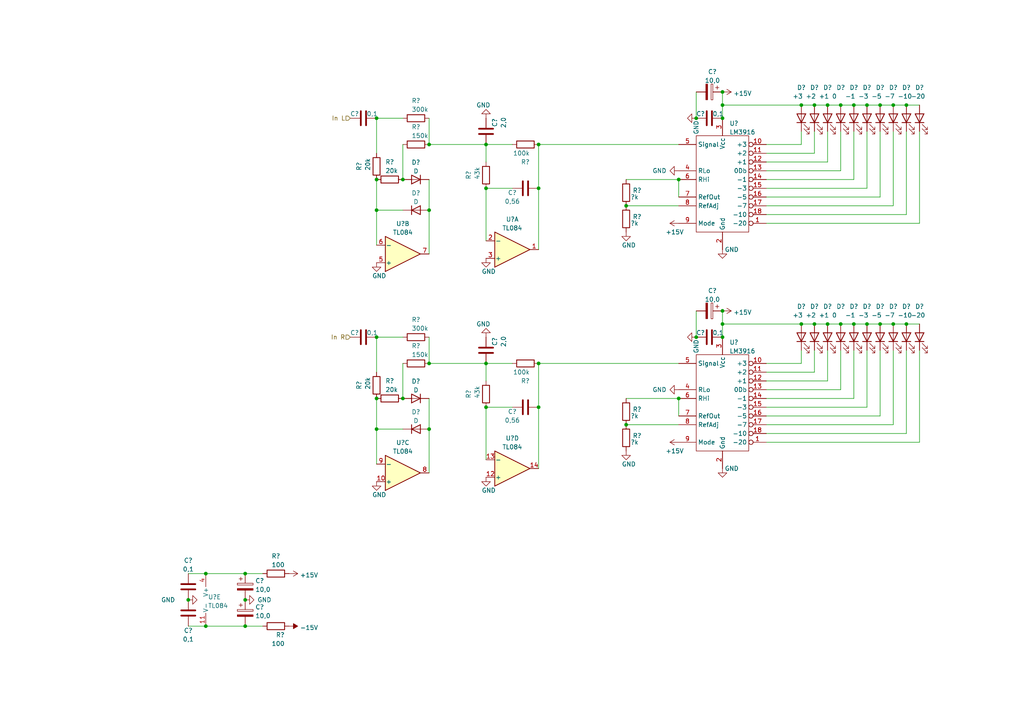
<source format=kicad_sch>
(kicad_sch (version 20211123) (generator eeschema)
  (paper "A4")
  (lib_symbols
    (symbol "Amplifier_Operational:TL084" (pin_names (offset 0.127))
      (property "Reference" "U" (at 0 5.08 0))
      (property "Value" "TL084" (at 0 -5.08 0))
      (symbol "TL084_1_1"
        (polyline (pts (xy -5.08 5.08) (xy 5.08 0) (xy -5.08 -5.08) (xy -5.08 5.08)) (stroke (width 0.254)) (fill (type background)))
        (pin output line (at 7.62 0 180) (length 2.54) (name "~") (number "1"))
        (pin input line (at -7.62 -2.54 0) (length 2.54) (name "-") (number "2"))
        (pin input line (at -7.62 2.54 0) (length 2.54) (name "+") (number "3"))
      )
      (symbol "TL084_2_1"
        (polyline (pts (xy -5.08 5.08) (xy 5.08 0) (xy -5.08 -5.08) (xy -5.08 5.08)) (stroke (width 0.254)) (fill (type background)))
        (pin input line (at -7.62 2.54 0) (length 2.54) (name "+") (number "5"))
        (pin input line (at -7.62 -2.54 0) (length 2.54) (name "-") (number "6"))
        (pin output line (at 7.62 0 180) (length 2.54) (name "~") (number "7"))
      )
      (symbol "TL084_3_1"
        (polyline (pts (xy -5.08 5.08) (xy 5.08 0) (xy -5.08 -5.08) (xy -5.08 5.08)) (stroke (width 0.254)) (fill (type background)))
        (pin input line (at -7.62 2.54 0) (length 2.54) (name "+") (number "10"))
        (pin output line (at 7.62 0 180) (length 2.54) (name "~") (number "8"))
        (pin input line (at -7.62 -2.54 0) (length 2.54) (name "-") (number "9"))
      )
      (symbol "TL084_4_1"
        (polyline (pts (xy -5.08 5.08) (xy 5.08 0) (xy -5.08 -5.08) (xy -5.08 5.08)) (stroke (width 0.254)) (fill (type background)))
        (pin input line (at -7.62 2.54 0) (length 2.54) (name "+") (number "12"))
        (pin input line (at -7.62 -2.54 0) (length 2.54) (name "-") (number "13"))
        (pin output line (at 7.62 0 180) (length 2.54) (name "~") (number "14"))
      )
      (symbol "TL084_5_1"
        (pin power_in line (at -2.54 -7.62 90) (length 3.81) (name "V-") (number "11"))
        (pin power_in line (at -2.54 7.62 270) (length 3.81) (name "V+") (number "4"))
      )
    )
    (symbol "Device:C" (pin_numbers hide) (pin_names (offset 0.254))
      (property "Reference" "C" (at 0.635 2.54 0))
      (property "Value" "C" (at 0.635 -2.54 0))
      (symbol "C_0_1"
        (polyline (pts (xy -2.032 -0.762) (xy 2.032 -0.762)) (stroke (width 0.508)))
        (polyline (pts (xy -2.032 0.762) (xy 2.032 0.762)) (stroke (width 0.508)))
      )
      (symbol "C_1_1"
        (pin passive line (at 0 3.81 270) (length 2.794) (name "~") (number "1"))
        (pin passive line (at 0 -3.81 90) (length 2.794) (name "~") (number "2"))
      )
    )
    (symbol "Device:C_Polarized" (pin_numbers hide) (pin_names (offset 0.254))
      (property "Reference" "C" (at 0.635 2.54 0))
      (property "Value" "C_Polarized" (at 0.635 -2.54 0))
      (symbol "C_Polarized_0_1"
        (rectangle (start -2.286 0.508) (end 2.286 1.016))
        (polyline (pts (xy -1.778 2.286) (xy -0.762 2.286)))
        (polyline (pts (xy -1.27 2.794) (xy -1.27 1.778)))
        (rectangle (start 2.286 -0.508) (end -2.286 -1.016) (fill (type outline)))
      )
      (symbol "C_Polarized_1_1"
        (pin passive line (at 0 3.81 270) (length 2.794) (name "~") (number "1"))
        (pin passive line (at 0 -3.81 90) (length 2.794) (name "~") (number "2"))
      )
    )
    (symbol "Device:D" (pin_numbers hide) (pin_names (offset 1.016) hide)
      (property "Reference" "D" (at 0 2.54 0))
      (property "Value" "D" (at 0 -2.54 0))
      (symbol "D_0_1"
        (polyline (pts (xy -1.27 1.27) (xy -1.27 -1.27)) (stroke (width 0.254)))
        (polyline (pts (xy 1.27 0) (xy -1.27 0)))
        (polyline (pts (xy 1.27 1.27) (xy 1.27 -1.27) (xy -1.27 0) (xy 1.27 1.27)) (stroke (width 0.254)))
      )
      (symbol "D_1_1"
        (pin passive line (at -3.81 0 0) (length 2.54) (name "K") (number "1"))
        (pin passive line (at 3.81 0 180) (length 2.54) (name "A") (number "2"))
      )
    )
    (symbol "Device:LED" (pin_numbers hide) (pin_names (offset 1.016) hide)
      (property "Reference" "D" (at 0 2.54 0))
      (property "Value" "LED" (at 0 -2.54 0))
      (symbol "LED_0_1"
        (polyline (pts (xy -1.27 -1.27) (xy -1.27 1.27)) (stroke (width 0.254)))
        (polyline (pts (xy -1.27 0) (xy 1.27 0)))
        (polyline (pts (xy 1.27 -1.27) (xy 1.27 1.27) (xy -1.27 0) (xy 1.27 -1.27)) (stroke (width 0.254)))
        (polyline (pts (xy -3.048 -0.762) (xy -4.572 -2.286) (xy -3.81 -2.286) (xy -4.572 -2.286) (xy -4.572 -1.524)))
        (polyline (pts (xy -1.778 -0.762) (xy -3.302 -2.286) (xy -2.54 -2.286) (xy -3.302 -2.286) (xy -3.302 -1.524)))
      )
      (symbol "LED_1_1"
        (pin passive line (at -3.81 0 0) (length 2.54) (name "K") (number "1"))
        (pin passive line (at 3.81 0 180) (length 2.54) (name "A") (number "2"))
      )
    )
    (symbol "Device:R" (pin_numbers hide) (pin_names (offset 0))
      (property "Reference" "R" (at 2.032 0 90))
      (property "Value" "R" (at 0 0 90))
      (symbol "R_0_1"
        (rectangle (start -1.016 -2.54) (end 1.016 2.54) (stroke (width 0.254)))
      )
      (symbol "R_1_1"
        (pin passive line (at 0 3.81 270) (length 1.27) (name "~") (number "1"))
        (pin passive line (at 0 -3.81 90) (length 1.27) (name "~") (number "2"))
      )
    )
    (symbol "power:+15V" (power) (pin_names (offset 0))
      (property "Value" "+15V" (at 0 3.556 0))
      (symbol "+15V_0_1"
        (polyline (pts (xy -0.762 1.27) (xy 0 2.54)))
        (polyline (pts (xy 0 0) (xy 0 2.54)))
        (polyline (pts (xy 0 2.54) (xy 0.762 1.27)))
      )
      (symbol "+15V_1_1"
        (pin power_in line (at 0 0 90) (length 0) hide (name "+15V") (number "1"))
      )
    )
    (symbol "power:-15V" (power) (pin_names (offset 0))
      (property "Value" "-15V" (at 0 3.81 0))
      (symbol "-15V_0_0"
        (pin power_in line (at 0 0 90) (length 0) hide (name "-15V") (number "1"))
      )
      (symbol "-15V_0_1"
        (polyline (pts (xy 0 0) (xy 0 1.27) (xy 0.762 1.27) (xy 0 2.54) (xy -0.762 1.27) (xy 0 1.27)) (fill (type outline)))
      )
    )
    (symbol "power:GND" (power) (pin_names (offset 0))
      (property "Value" "GND" (at 0 -3.81 0))
      (symbol "GND_0_1"
        (polyline (pts (xy 0 0) (xy 0 -1.27) (xy 1.27 -1.27) (xy 0 -2.54) (xy -1.27 -1.27) (xy 0 -1.27)))
      )
      (symbol "GND_1_1"
        (pin power_in line (at 0 0 270) (length 0) hide (name "GND") (number "1"))
      )
    )
    (symbol "ussr_ic:LM3916"
      (property "Reference" "U" (at 5.08 -15.24 0))
      (property "Value" "LM3916" (at 7.62 -17.78 0))
      (symbol "LM3916_0_1"
        (rectangle (start 7.62 13.97) (end -7.62 -13.97))
      )
      (symbol "LM3916_1_1"
        (pin output inverted (at 12.7 -11.43 180) (length 5.08) (name "-20") (number "1"))
        (pin output inverted (at 12.7 11.43 180) (length 5.08) (name "+3") (number "10"))
        (pin output inverted (at 12.7 8.89 180) (length 5.08) (name "+2") (number "11"))
        (pin output inverted (at 12.7 6.35 180) (length 5.08) (name "+1") (number "12"))
        (pin output inverted (at 12.7 3.81 180) (length 5.08) (name "0Db") (number "13"))
        (pin output inverted (at 12.7 1.27 180) (length 5.08) (name "-1") (number "14"))
        (pin output inverted (at 12.7 -1.27 180) (length 5.08) (name "-3") (number "15"))
        (pin output inverted (at 12.7 -3.81 180) (length 5.08) (name "-5") (number "16"))
        (pin output inverted (at 12.7 -6.35 180) (length 5.08) (name "-7") (number "17"))
        (pin output inverted (at 12.7 -8.89 180) (length 5.08) (name "-10") (number "18"))
        (pin power_in line (at 0 -19.05 90) (length 5.08) (name "Gnd") (number "2"))
        (pin power_in line (at 0 19.05 270) (length 5.08) (name "Vcc") (number "3"))
        (pin input line (at -12.7 3.81 0) (length 5.08) (name "RLo") (number "4"))
        (pin input line (at -12.7 11.43 0) (length 5.08) (name "Signal") (number "5"))
        (pin input line (at -12.7 1.27 0) (length 5.08) (name "RHi") (number "6"))
        (pin output line (at -12.7 -3.81 0) (length 5.08) (name "RefOut") (number "7"))
        (pin input line (at -12.7 -6.35 0) (length 5.08) (name "RefAdj") (number "8"))
        (pin input line (at -12.7 -11.43 0) (length 5.08) (name "Mode") (number "9"))
      )
    )
  )
  (junction (at 54.61 173.99))
  (junction (at 209.55 97.79))
  (junction (at 196.85 115.57))
  (junction (at 156.21 41.91))
  (junction (at 156.21 105.41))
  (junction (at 109.22 60.96))
  (junction (at 259.08 93.98))
  (junction (at 59.69 181.61))
  (junction (at 124.46 124.46))
  (junction (at 240.03 30.48))
  (junction (at 71.12 166.37))
  (junction (at 140.97 41.91))
  (junction (at 247.65 93.98))
  (junction (at 156.21 54.61))
  (junction (at 109.22 115.57))
  (junction (at 116.84 52.07))
  (junction (at 232.41 30.48))
  (junction (at 209.55 26.67))
  (junction (at 251.46 93.98))
  (junction (at 109.22 34.29))
  (junction (at 209.55 30.48))
  (junction (at 251.46 30.48))
  (junction (at 262.89 30.48))
  (junction (at 109.22 124.46))
  (junction (at 243.84 93.98))
  (junction (at 71.12 173.99))
  (junction (at 116.84 115.57))
  (junction (at 181.61 59.69))
  (junction (at 109.22 52.07))
  (junction (at 209.55 90.17))
  (junction (at 109.22 97.79))
  (junction (at 201.93 34.29))
  (junction (at 240.03 93.98))
  (junction (at 181.61 123.19))
  (junction (at 255.27 30.48))
  (junction (at 140.97 54.61))
  (junction (at 262.89 93.98))
  (junction (at 209.55 93.98))
  (junction (at 201.93 97.79))
  (junction (at 71.12 181.61))
  (junction (at 140.97 118.11))
  (junction (at 236.22 30.48))
  (junction (at 59.69 166.37))
  (junction (at 236.22 93.98))
  (junction (at 156.21 118.11))
  (junction (at 124.46 105.41))
  (junction (at 124.46 41.91))
  (junction (at 232.41 93.98))
  (junction (at 259.08 30.48))
  (junction (at 209.55 34.29))
  (junction (at 255.27 93.98))
  (junction (at 247.65 30.48))
  (junction (at 124.46 60.96))
  (junction (at 243.84 30.48))
  (junction (at 140.97 105.41))
  (junction (at 196.85 52.07))
  (wire (pts (xy 259.08 123.19) (xy 222.25 123.19)))
  (wire (pts (xy 140.97 110.49) (xy 140.97 105.41)))
  (wire (pts (xy 124.46 115.57) (xy 124.46 124.46)))
  (wire (pts (xy 259.08 93.98) (xy 262.89 93.98)))
  (wire (pts (xy 262.89 62.23) (xy 262.89 38.1)))
  (wire (pts (xy 209.55 30.48) (xy 209.55 34.29)))
  (wire (pts (xy 243.84 101.6) (xy 243.84 113.03)))
  (wire (pts (xy 140.97 105.41) (xy 124.46 105.41)))
  (wire (pts (xy 59.69 166.37) (xy 71.12 166.37)))
  (wire (pts (xy 196.85 52.07) (xy 196.85 57.15)))
  (wire (pts (xy 140.97 54.61) (xy 148.59 54.61)))
  (wire (pts (xy 236.22 101.6) (xy 236.22 107.95)))
  (wire (pts (xy 109.22 97.79) (xy 109.22 107.95)))
  (wire (pts (xy 222.25 115.57) (xy 247.65 115.57)))
  (wire (pts (xy 156.21 54.61) (xy 156.21 72.39)))
  (wire (pts (xy 116.84 97.79) (xy 109.22 97.79)))
  (wire (pts (xy 71.12 181.61) (xy 76.2 181.61)))
  (wire (pts (xy 236.22 44.45) (xy 222.25 44.45)))
  (wire (pts (xy 140.97 46.99) (xy 140.97 41.91)))
  (wire (pts (xy 196.85 115.57) (xy 196.85 120.65)))
  (wire (pts (xy 266.7 38.1) (xy 266.7 64.77)))
  (wire (pts (xy 240.03 46.99) (xy 222.25 46.99)))
  (wire (pts (xy 236.22 93.98) (xy 240.03 93.98)))
  (wire (pts (xy 247.65 115.57) (xy 247.65 101.6)))
  (wire (pts (xy 251.46 38.1) (xy 251.46 54.61)))
  (wire (pts (xy 255.27 93.98) (xy 259.08 93.98)))
  (wire (pts (xy 124.46 34.29) (xy 124.46 41.91)))
  (wire (pts (xy 236.22 38.1) (xy 236.22 44.45)))
  (wire (pts (xy 124.46 52.07) (xy 124.46 60.96)))
  (wire (pts (xy 251.46 101.6) (xy 251.46 118.11)))
  (wire (pts (xy 209.55 90.17) (xy 209.55 93.98)))
  (wire (pts (xy 222.25 125.73) (xy 262.89 125.73)))
  (wire (pts (xy 201.93 90.17) (xy 201.93 97.79)))
  (wire (pts (xy 124.46 60.96) (xy 124.46 73.66)))
  (wire (pts (xy 181.61 123.19) (xy 196.85 123.19)))
  (wire (pts (xy 140.97 41.91) (xy 148.59 41.91)))
  (wire (pts (xy 266.7 101.6) (xy 266.7 128.27)))
  (wire (pts (xy 156.21 118.11) (xy 156.21 135.89)))
  (wire (pts (xy 109.22 115.57) (xy 109.22 124.46)))
  (wire (pts (xy 209.55 30.48) (xy 232.41 30.48)))
  (wire (pts (xy 54.61 181.61) (xy 59.69 181.61)))
  (wire (pts (xy 156.21 105.41) (xy 156.21 118.11)))
  (wire (pts (xy 247.65 52.07) (xy 247.65 38.1)))
  (wire (pts (xy 262.89 125.73) (xy 262.89 101.6)))
  (wire (pts (xy 251.46 54.61) (xy 222.25 54.61)))
  (wire (pts (xy 156.21 41.91) (xy 156.21 54.61)))
  (wire (pts (xy 59.69 181.61) (xy 71.12 181.61)))
  (wire (pts (xy 236.22 30.48) (xy 240.03 30.48)))
  (wire (pts (xy 259.08 38.1) (xy 259.08 59.69)))
  (wire (pts (xy 232.41 93.98) (xy 236.22 93.98)))
  (wire (pts (xy 71.12 166.37) (xy 76.2 166.37)))
  (wire (pts (xy 240.03 101.6) (xy 240.03 110.49)))
  (wire (pts (xy 243.84 93.98) (xy 247.65 93.98)))
  (wire (pts (xy 251.46 118.11) (xy 222.25 118.11)))
  (wire (pts (xy 181.61 115.57) (xy 196.85 115.57)))
  (wire (pts (xy 54.61 166.37) (xy 59.69 166.37)))
  (wire (pts (xy 109.22 60.96) (xy 116.84 60.96)))
  (wire (pts (xy 209.55 93.98) (xy 209.55 97.79)))
  (wire (pts (xy 255.27 57.15) (xy 255.27 38.1)))
  (wire (pts (xy 209.55 93.98) (xy 232.41 93.98)))
  (wire (pts (xy 243.84 30.48) (xy 247.65 30.48)))
  (wire (pts (xy 109.22 52.07) (xy 109.22 60.96)))
  (wire (pts (xy 109.22 124.46) (xy 109.22 134.62)))
  (wire (pts (xy 156.21 41.91) (xy 196.85 41.91)))
  (wire (pts (xy 222.25 52.07) (xy 247.65 52.07)))
  (wire (pts (xy 262.89 93.98) (xy 266.7 93.98)))
  (wire (pts (xy 232.41 41.91) (xy 222.25 41.91)))
  (wire (pts (xy 109.22 124.46) (xy 116.84 124.46)))
  (wire (pts (xy 255.27 120.65) (xy 255.27 101.6)))
  (wire (pts (xy 266.7 128.27) (xy 222.25 128.27)))
  (wire (pts (xy 109.22 60.96) (xy 109.22 71.12)))
  (wire (pts (xy 140.97 54.61) (xy 140.97 69.85)))
  (wire (pts (xy 116.84 34.29) (xy 109.22 34.29)))
  (wire (pts (xy 140.97 105.41) (xy 148.59 105.41)))
  (wire (pts (xy 243.84 49.53) (xy 222.25 49.53)))
  (wire (pts (xy 262.89 30.48) (xy 266.7 30.48)))
  (wire (pts (xy 232.41 101.6) (xy 232.41 105.41)))
  (wire (pts (xy 222.25 120.65) (xy 255.27 120.65)))
  (wire (pts (xy 124.46 97.79) (xy 124.46 105.41)))
  (wire (pts (xy 116.84 105.41) (xy 116.84 115.57)))
  (wire (pts (xy 259.08 30.48) (xy 262.89 30.48)))
  (wire (pts (xy 109.22 34.29) (xy 109.22 44.45)))
  (wire (pts (xy 140.97 41.91) (xy 124.46 41.91)))
  (wire (pts (xy 124.46 124.46) (xy 124.46 137.16)))
  (wire (pts (xy 140.97 118.11) (xy 148.59 118.11)))
  (wire (pts (xy 181.61 52.07) (xy 196.85 52.07)))
  (wire (pts (xy 222.25 57.15) (xy 255.27 57.15)))
  (wire (pts (xy 232.41 30.48) (xy 236.22 30.48)))
  (wire (pts (xy 240.03 30.48) (xy 243.84 30.48)))
  (wire (pts (xy 251.46 93.98) (xy 255.27 93.98)))
  (wire (pts (xy 243.84 38.1) (xy 243.84 49.53)))
  (wire (pts (xy 181.61 59.69) (xy 196.85 59.69)))
  (wire (pts (xy 209.55 26.67) (xy 209.55 30.48)))
  (wire (pts (xy 240.03 38.1) (xy 240.03 46.99)))
  (wire (pts (xy 247.65 30.48) (xy 251.46 30.48)))
  (wire (pts (xy 140.97 118.11) (xy 140.97 133.35)))
  (wire (pts (xy 247.65 93.98) (xy 251.46 93.98)))
  (wire (pts (xy 201.93 26.67) (xy 201.93 34.29)))
  (wire (pts (xy 156.21 105.41) (xy 196.85 105.41)))
  (wire (pts (xy 255.27 30.48) (xy 259.08 30.48)))
  (wire (pts (xy 266.7 64.77) (xy 222.25 64.77)))
  (wire (pts (xy 259.08 101.6) (xy 259.08 123.19)))
  (wire (pts (xy 232.41 105.41) (xy 222.25 105.41)))
  (wire (pts (xy 251.46 30.48) (xy 255.27 30.48)))
  (wire (pts (xy 116.84 41.91) (xy 116.84 52.07)))
  (wire (pts (xy 240.03 110.49) (xy 222.25 110.49)))
  (wire (pts (xy 259.08 59.69) (xy 222.25 59.69)))
  (wire (pts (xy 222.25 62.23) (xy 262.89 62.23)))
  (wire (pts (xy 243.84 113.03) (xy 222.25 113.03)))
  (wire (pts (xy 236.22 107.95) (xy 222.25 107.95)))
  (wire (pts (xy 240.03 93.98) (xy 243.84 93.98)))
  (wire (pts (xy 232.41 38.1) (xy 232.41 41.91)))
  (hierarchical_label "In L" (shape input) (at 101.6 34.29 180))
  (hierarchical_label "In R" (shape input) (at 101.6 97.79 180))
  (symbol (lib_id "power:GND") (at 181.61 130.81 0) (unit 1)
    (property "Reference" "#PWR?" (effects hide))
    (property "Value" "GND" (at 180.34 134.62 0) (effects (justify left)))
  )
  (symbol (lib_id "Device:LED") (at 243.84 34.29 90) (unit 1)
    (property "Reference" "D?" (at 242.57 25.4 90) (effects (justify right)))
    (property "Value" "0" (at 241.3 27.94 90) (effects (justify right)))
    (property "Footprint" "LED_THT:LED_Rectangular_W3.0mm_H2.0mm" (effects hide))
  )
  (symbol (lib_id "Device:LED") (at 232.41 97.79 90) (unit 1)
    (property "Reference" "D?" (at 231.14 88.9 90) (effects (justify right)))
    (property "Value" "+3" (at 229.87 91.44 90) (effects (justify right)))
    (property "Footprint" "LED_THT:LED_Rectangular_W3.0mm_H2.0mm" (effects hide))
  )
  (symbol (lib_id "Device:LED") (at 247.65 97.79 90) (unit 1)
    (property "Reference" "D?" (at 246.38 88.9 90) (effects (justify right)))
    (property "Value" "-1" (at 245.11 91.44 90) (effects (justify right)))
    (property "Footprint" "LED_THT:LED_Rectangular_W3.0mm_H2.0mm" (effects hide))
  )
  (symbol (lib_id "Device:R") (at 113.03 115.57 90) (unit 1)
    (property "Reference" "R?" (at 111.76 110.49 90) (effects (justify right)))
    (property "Value" "20k" (at 111.76 113.03 90) (effects (justify right)))
    (property "Footprint" "Resistor_SMD:R_1206_3216Metric_Pad1.30x1.75mm_HandSolder" (effects hide))
  )
  (symbol (lib_id "Device:R") (at 181.61 55.88 180) (unit 1)
    (property "Reference" "R?" (at 183.515 55.245 0) (effects (justify right)))
    (property "Value" "?k" (at 182.88 57.15 0) (effects (justify right)))
    (property "Footprint" "Resistor_SMD:R_1206_3216Metric_Pad1.30x1.75mm_HandSolder" (effects hide))
  )
  (symbol (lib_id "Device:LED") (at 243.84 97.79 90) (unit 1)
    (property "Reference" "D?" (at 242.57 88.9 90) (effects (justify right)))
    (property "Value" "0" (at 241.3 91.44 90) (effects (justify right)))
    (property "Footprint" "LED_THT:LED_Rectangular_W3.0mm_H2.0mm" (effects hide))
  )
  (symbol (lib_id "power:+15V") (at 209.55 26.67 270) (unit 1)
    (property "Reference" "#PWR?" (effects hide))
    (property "Value" "+15V" (at 212.725 27.1038 90) (effects (justify left)))
  )
  (symbol (lib_id "Device:D") (at 120.65 60.96 0) (unit 1)
    (property "Reference" "D?" (at 120.65 55.9902 0))
    (property "Value" "D" (at 120.65 58.5271 0))
    (property "Footprint" "Diode_SMD:D_MiniMELF_Handsoldering" (effects hide))
  )
  (symbol (lib_id "power:GND") (at 201.93 34.29 270) (unit 1)
    (property "Reference" "#PWR?" (effects hide))
    (property "Value" "GND" (at 201.93 34.925 0) (effects (justify left)))
  )
  (symbol (lib_id "Device:C_Polarized") (at 205.74 26.67 270) (unit 1)
    (property "Reference" "C?" (at 206.629 20.8112 90))
    (property "Value" "10,0" (at 206.629 23.3481 90))
    (property "Footprint" "Capacitor_THT:CP_Radial_D6.3mm_P2.50mm" (effects hide))
  )
  (symbol (lib_id "power:+15V") (at 209.55 90.17 270) (unit 1)
    (property "Reference" "#PWR?" (effects hide))
    (property "Value" "+15V" (at 212.725 90.6038 90) (effects (justify left)))
  )
  (symbol (lib_id "Amplifier_Operational:TL084") (at 148.59 72.39 0) (mirror x) (unit 1)
    (property "Reference" "U?" (at 148.59 63.6102 0))
    (property "Value" "TL084" (at 148.59 66.1471 0))
    (property "Datasheet" "http://www.ti.com/lit/ds/symlink/tl081.pdf" (effects hide))
  )
  (symbol (lib_id "power:GND") (at 109.22 139.7 0) (unit 1)
    (property "Reference" "#PWR?" (effects hide))
    (property "Value" "GND" (at 107.95 143.51 0) (effects (justify left)))
  )
  (symbol (lib_id "Device:LED") (at 247.65 34.29 90) (unit 1)
    (property "Reference" "D?" (at 246.38 25.4 90) (effects (justify right)))
    (property "Value" "-1" (at 245.11 27.94 90) (effects (justify right)))
    (property "Footprint" "LED_THT:LED_Rectangular_W3.0mm_H2.0mm" (effects hide))
  )
  (symbol (lib_id "power:-15V") (at 83.82 181.61 270) (unit 1)
    (property "Reference" "#PWR?" (effects hide))
    (property "Value" "-15V" (at 86.995 182.0438 90) (effects (justify left)))
  )
  (symbol (lib_id "Device:R") (at 120.65 105.41 90) (unit 1)
    (property "Reference" "R?" (at 119.38 100.33 90) (effects (justify right)))
    (property "Value" "150k" (at 119.38 102.87 90) (effects (justify right)))
    (property "Footprint" "Resistor_SMD:R_1206_3216Metric_Pad1.30x1.75mm_HandSolder" (effects hide))
  )
  (symbol (lib_id "Device:LED") (at 236.22 34.29 90) (unit 1)
    (property "Reference" "D?" (at 234.95 25.4 90) (effects (justify right)))
    (property "Value" "+2" (at 233.68 27.94 90) (effects (justify right)))
    (property "Footprint" "LED_THT:LED_Rectangular_W3.0mm_H2.0mm" (effects hide))
  )
  (symbol (lib_id "Device:C") (at 205.74 34.29 90) (unit 1)
    (property "Reference" "C?" (at 203.2 33.02 90))
    (property "Value" "0,1" (at 208.28 33.02 90))
    (property "Footprint" "Capacitor_SMD:C_1206_3216Metric_Pad1.33x1.80mm_HandSolder" (effects hide))
  )
  (symbol (lib_id "ussr_ic:LM3916") (at 209.55 53.34 0) (unit 1)
    (property "Reference" "U?" (at 211.5694 35.7972 0) (effects (justify left)))
    (property "Value" "LM3916" (at 211.5694 38.3341 0) (effects (justify left)))
  )
  (symbol (lib_id "Device:R") (at 152.4 41.91 270) (unit 1)
    (property "Reference" "R?" (at 153.67 46.99 90) (effects (justify right)))
    (property "Value" "100k" (at 153.67 44.45 90) (effects (justify right)))
    (property "Footprint" "Resistor_SMD:R_1206_3216Metric_Pad1.30x1.75mm_HandSolder" (effects hide))
  )
  (symbol (lib_id "Device:LED") (at 255.27 97.79 90) (unit 1)
    (property "Reference" "D?" (at 254 88.9 90) (effects (justify right)))
    (property "Value" "-5" (at 252.73 91.44 90) (effects (justify right)))
    (property "Footprint" "LED_THT:LED_Rectangular_W3.0mm_H2.0mm" (effects hide))
  )
  (symbol (lib_id "Device:D") (at 120.65 124.46 0) (unit 1)
    (property "Reference" "D?" (at 120.65 119.4902 0))
    (property "Value" "D" (at 120.65 122.0271 0))
    (property "Footprint" "Diode_SMD:D_MiniMELF_Handsoldering" (effects hide))
  )
  (symbol (lib_id "ussr_ic:LM3916") (at 209.55 116.84 0) (unit 1)
    (property "Reference" "U?" (at 211.5694 99.2972 0) (effects (justify left)))
    (property "Value" "LM3916" (at 211.5694 101.8341 0) (effects (justify left)))
  )
  (symbol (lib_id "power:GND") (at 181.61 67.31 0) (unit 1)
    (property "Reference" "#PWR?" (effects hide))
    (property "Value" "GND" (at 180.34 71.12 0) (effects (justify left)))
  )
  (symbol (lib_id "Device:C") (at 140.97 101.6 180) (unit 1)
    (property "Reference" "C?" (at 143.51 99.06 90))
    (property "Value" "2,0" (at 146.05 99.06 90))
    (property "Footprint" "Capacitor_SMD:C_0805_2012Metric_Pad1.18x1.45mm_HandSolder" (effects hide))
  )
  (symbol (lib_id "Device:D") (at 120.65 52.07 180) (unit 1)
    (property "Reference" "D?" (at 120.65 47.1002 0))
    (property "Value" "D" (at 120.65 49.6371 0))
    (property "Footprint" "Diode_SMD:D_MiniMELF_Handsoldering" (effects hide))
  )
  (symbol (lib_id "power:GND") (at 140.97 138.43 0) (unit 1)
    (property "Reference" "#PWR?" (effects hide))
    (property "Value" "GND" (at 139.7 142.24 0) (effects (justify left)))
  )
  (symbol (lib_id "power:GND") (at 54.61 173.99 90) (unit 1)
    (property "Reference" "#PWR?" (effects hide))
    (property "Value" "GND" (at 50.8 173.99 90) (effects (justify left)))
  )
  (symbol (lib_id "Device:C") (at 54.61 177.8 180) (unit 1)
    (property "Reference" "C?" (at 54.61 182.88 0))
    (property "Value" "0,1" (at 54.61 185.42 0))
    (property "Footprint" "Capacitor_SMD:C_1206_3216Metric_Pad1.33x1.80mm_HandSolder" (effects hide))
  )
  (symbol (lib_id "power:+15V") (at 196.85 128.27 90) (unit 1)
    (property "Reference" "#PWR?" (effects hide))
    (property "Value" "+15V" (at 193.04 130.81 90) (effects (justify right)))
  )
  (symbol (lib_id "Device:C") (at 140.97 38.1 180) (unit 1)
    (property "Reference" "C?" (at 143.51 35.56 90))
    (property "Value" "2,0" (at 146.05 35.56 90))
    (property "Footprint" "Capacitor_SMD:C_0805_2012Metric_Pad1.18x1.45mm_HandSolder" (effects hide))
  )
  (symbol (lib_id "Device:LED") (at 262.89 34.29 90) (unit 1)
    (property "Reference" "D?" (at 261.62 25.4 90) (effects (justify right)))
    (property "Value" "-10" (at 260.35 27.94 90) (effects (justify right)))
    (property "Footprint" "LED_THT:LED_Rectangular_W3.0mm_H2.0mm" (effects hide))
  )
  (symbol (lib_id "power:GND") (at 109.22 76.2 0) (unit 1)
    (property "Reference" "#PWR?" (effects hide))
    (property "Value" "GND" (at 107.95 80.01 0) (effects (justify left)))
  )
  (symbol (lib_id "Device:R") (at 80.01 166.37 90) (unit 1)
    (property "Reference" "R?" (at 78.74 161.29 90) (effects (justify right)))
    (property "Value" "100" (at 78.74 163.83 90) (effects (justify right)))
    (property "Footprint" "Resistor_SMD:R_1206_3216Metric_Pad1.30x1.75mm_HandSolder" (effects hide))
  )
  (symbol (lib_id "Device:LED") (at 240.03 97.79 90) (unit 1)
    (property "Reference" "D?" (at 238.76 88.9 90) (effects (justify right)))
    (property "Value" "+1" (at 237.49 91.44 90) (effects (justify right)))
    (property "Footprint" "LED_THT:LED_Rectangular_W3.0mm_H2.0mm" (effects hide))
  )
  (symbol (lib_id "Device:R") (at 140.97 50.8 180) (unit 1)
    (property "Reference" "R?" (at 135.89 52.07 90) (effects (justify right)))
    (property "Value" "43k" (at 138.43 52.07 90) (effects (justify right)))
    (property "Footprint" "Resistor_THT:R_Axial_DIN0207_L6.3mm_D2.5mm_P2.54mm_Vertical" (effects hide))
  )
  (symbol (lib_id "Device:C") (at 205.74 97.79 90) (unit 1)
    (property "Reference" "C?" (at 203.2 96.52 90))
    (property "Value" "0,1" (at 208.28 96.52 90))
    (property "Footprint" "Capacitor_SMD:C_1206_3216Metric_Pad1.33x1.80mm_HandSolder" (effects hide))
  )
  (symbol (lib_id "Device:R") (at 181.61 63.5 180) (unit 1)
    (property "Reference" "R?" (at 183.515 62.865 0) (effects (justify right)))
    (property "Value" "?k" (at 182.88 64.77 0) (effects (justify right)))
    (property "Footprint" "Resistor_SMD:R_1206_3216Metric_Pad1.30x1.75mm_HandSolder" (effects hide))
  )
  (symbol (lib_id "power:GND") (at 140.97 74.93 0) (unit 1)
    (property "Reference" "#PWR?" (effects hide))
    (property "Value" "GND" (at 139.7 78.74 0) (effects (justify left)))
  )
  (symbol (lib_id "power:GND") (at 196.85 49.53 270) (unit 1)
    (property "Reference" "#PWR?" (effects hide))
    (property "Value" "GND" (at 189.23 49.53 90) (effects (justify left)))
  )
  (symbol (lib_id "Device:LED") (at 259.08 34.29 90) (unit 1)
    (property "Reference" "D?" (at 257.81 25.4 90) (effects (justify right)))
    (property "Value" "-7" (at 256.54 27.94 90) (effects (justify right)))
    (property "Footprint" "LED_THT:LED_Rectangular_W3.0mm_H2.0mm" (effects hide))
  )
  (symbol (lib_id "Device:LED") (at 251.46 97.79 90) (unit 1)
    (property "Reference" "D?" (at 250.19 88.9 90) (effects (justify right)))
    (property "Value" "-3" (at 248.92 91.44 90) (effects (justify right)))
    (property "Footprint" "LED_THT:LED_Rectangular_W3.0mm_H2.0mm" (effects hide))
  )
  (symbol (lib_id "Device:C_Polarized") (at 205.74 90.17 270) (unit 1)
    (property "Reference" "C?" (at 206.629 84.3112 90))
    (property "Value" "10,0" (at 206.629 86.8481 90))
    (property "Footprint" "Capacitor_THT:CP_Radial_D6.3mm_P2.50mm" (effects hide))
  )
  (symbol (lib_id "Device:R") (at 152.4 105.41 270) (unit 1)
    (property "Reference" "R?" (at 153.67 110.49 90) (effects (justify right)))
    (property "Value" "100k" (at 153.67 107.95 90) (effects (justify right)))
    (property "Footprint" "Resistor_SMD:R_1206_3216Metric_Pad1.30x1.75mm_HandSolder" (effects hide))
  )
  (symbol (lib_id "Device:R") (at 120.65 97.79 90) (unit 1)
    (property "Reference" "R?" (at 119.38 92.71 90) (effects (justify right)))
    (property "Value" "300k" (at 119.38 95.25 90) (effects (justify right)))
    (property "Footprint" "Resistor_SMD:R_1206_3216Metric_Pad1.30x1.75mm_HandSolder" (effects hide))
  )
  (symbol (lib_id "Amplifier_Operational:TL084") (at 116.84 137.16 0) (mirror x) (unit 3)
    (property "Reference" "U?" (at 116.84 128.3802 0))
    (property "Value" "TL084" (at 116.84 130.9171 0))
    (property "Datasheet" "http://www.ti.com/lit/ds/symlink/tl081.pdf" (effects hide))
  )
  (symbol (lib_id "Device:R") (at 181.61 127 180) (unit 1)
    (property "Reference" "R?" (at 183.515 126.365 0) (effects (justify right)))
    (property "Value" "?k" (at 182.88 128.27 0) (effects (justify right)))
    (property "Footprint" "Resistor_SMD:R_1206_3216Metric_Pad1.30x1.75mm_HandSolder" (effects hide))
  )
  (symbol (lib_id "Amplifier_Operational:TL084") (at 148.59 135.89 0) (mirror x) (unit 4)
    (property "Reference" "U?" (at 148.59 127.1102 0))
    (property "Value" "TL084" (at 148.59 129.6471 0))
    (property "Datasheet" "http://www.ti.com/lit/ds/symlink/tl081.pdf" (effects hide))
  )
  (symbol (lib_id "power:+15V") (at 83.82 166.37 270) (unit 1)
    (property "Reference" "#PWR?" (effects hide))
    (property "Value" "+15V" (at 86.995 166.8038 90) (effects (justify left)))
  )
  (symbol (lib_id "Device:LED") (at 266.7 34.29 90) (unit 1)
    (property "Reference" "D?" (at 265.43 25.4 90) (effects (justify right)))
    (property "Value" "-20" (at 264.16 27.94 90) (effects (justify right)))
    (property "Footprint" "LED_THT:LED_Rectangular_W3.0mm_H2.0mm" (effects hide))
  )
  (symbol (lib_id "Device:D") (at 120.65 115.57 180) (unit 1)
    (property "Reference" "D?" (at 120.65 110.6002 0))
    (property "Value" "D" (at 120.65 113.1371 0))
    (property "Footprint" "Diode_SMD:D_MiniMELF_Handsoldering" (effects hide))
  )
  (symbol (lib_id "Device:LED") (at 259.08 97.79 90) (unit 1)
    (property "Reference" "D?" (at 257.81 88.9 90) (effects (justify right)))
    (property "Value" "-7" (at 256.54 91.44 90) (effects (justify right)))
    (property "Footprint" "LED_THT:LED_Rectangular_W3.0mm_H2.0mm" (effects hide))
  )
  (symbol (lib_id "Device:LED") (at 251.46 34.29 90) (unit 1)
    (property "Reference" "D?" (at 250.19 25.4 90) (effects (justify right)))
    (property "Value" "-3" (at 248.92 27.94 90) (effects (justify right)))
    (property "Footprint" "LED_THT:LED_Rectangular_W3.0mm_H2.0mm" (effects hide))
  )
  (symbol (lib_id "Device:C_Polarized") (at 71.12 170.18 0) (unit 1)
    (property "Reference" "C?" (at 74.041 168.4563 0) (effects (justify left)))
    (property "Value" "10,0" (at 74.041 170.9932 0) (effects (justify left)))
    (property "Footprint" "Capacitor_THT:CP_Radial_D6.3mm_P2.50mm" (effects hide))
  )
  (symbol (lib_id "Device:C") (at 152.4 118.11 90) (unit 1)
    (property "Reference" "C?" (at 148.59 119.38 90))
    (property "Value" "0,56" (at 148.59 121.92 90))
    (property "Footprint" "Capacitor_THT:C_Disc_D6.0mm_W2.5mm_P5.00mm" (effects hide))
  )
  (symbol (lib_id "power:GND") (at 209.55 72.39 0) (unit 1)
    (property "Reference" "#PWR?" (effects hide))
    (property "Value" "GND" (at 210.185 72.39 0) (effects (justify left)))
  )
  (symbol (lib_id "Device:C") (at 152.4 54.61 90) (unit 1)
    (property "Reference" "C?" (at 148.59 55.88 90))
    (property "Value" "0,56" (at 148.59 58.42 90))
    (property "Footprint" "Capacitor_THT:C_Disc_D6.0mm_W2.5mm_P5.00mm" (effects hide))
  )
  (symbol (lib_id "Device:R") (at 120.65 34.29 90) (unit 1)
    (property "Reference" "R?" (at 119.38 29.21 90) (effects (justify right)))
    (property "Value" "300k" (at 119.38 31.75 90) (effects (justify right)))
    (property "Footprint" "Resistor_SMD:R_1206_3216Metric_Pad1.30x1.75mm_HandSolder" (effects hide))
  )
  (symbol (lib_id "Device:R") (at 140.97 114.3 180) (unit 1)
    (property "Reference" "R?" (at 135.89 115.57 90) (effects (justify right)))
    (property "Value" "43k" (at 138.43 115.57 90) (effects (justify right)))
    (property "Footprint" "Resistor_THT:R_Axial_DIN0207_L6.3mm_D2.5mm_P2.54mm_Vertical" (effects hide))
  )
  (symbol (lib_id "Device:C_Polarized") (at 71.12 177.8 0) (unit 1)
    (property "Reference" "C?" (at 74.041 176.0763 0) (effects (justify left)))
    (property "Value" "10,0" (at 74.041 178.6132 0) (effects (justify left)))
    (property "Footprint" "Capacitor_THT:CP_Radial_D6.3mm_P2.50mm" (effects hide))
  )
  (symbol (lib_id "Device:LED") (at 262.89 97.79 90) (unit 1)
    (property "Reference" "D?" (at 261.62 88.9 90) (effects (justify right)))
    (property "Value" "-10" (at 260.35 91.44 90) (effects (justify right)))
    (property "Footprint" "LED_THT:LED_Rectangular_W3.0mm_H2.0mm" (effects hide))
  )
  (symbol (lib_id "Device:R") (at 109.22 111.76 180) (unit 1)
    (property "Reference" "R?" (at 104.14 113.03 90) (effects (justify right)))
    (property "Value" "20k" (at 106.68 113.03 90) (effects (justify right)))
    (property "Footprint" "Resistor_SMD:R_1206_3216Metric_Pad1.30x1.75mm_HandSolder" (effects hide))
  )
  (symbol (lib_id "Amplifier_Operational:TL084") (at 62.23 173.99 0) (unit 5)
    (property "Reference" "U?" (at 60.325 173.1553 0) (effects (justify left)))
    (property "Value" "TL084" (at 60.325 175.6922 0) (effects (justify left)))
    (property "Datasheet" "http://www.ti.com/lit/ds/symlink/tl081.pdf" (effects hide))
  )
  (symbol (lib_id "Amplifier_Operational:TL084") (at 116.84 73.66 0) (mirror x) (unit 2)
    (property "Reference" "U?" (at 116.84 64.8802 0))
    (property "Value" "TL084" (at 116.84 67.4171 0))
    (property "Datasheet" "http://www.ti.com/lit/ds/symlink/tl081.pdf" (effects hide))
  )
  (symbol (lib_id "Device:LED") (at 236.22 97.79 90) (unit 1)
    (property "Reference" "D?" (at 234.95 88.9 90) (effects (justify right)))
    (property "Value" "+2" (at 233.68 91.44 90) (effects (justify right)))
    (property "Footprint" "LED_THT:LED_Rectangular_W3.0mm_H2.0mm" (effects hide))
  )
  (symbol (lib_id "power:GND") (at 71.12 173.99 90) (unit 1)
    (property "Reference" "#PWR?" (effects hide))
    (property "Value" "GND" (at 78.74 173.99 90) (effects (justify left)))
  )
  (symbol (lib_id "Device:R") (at 120.65 41.91 90) (unit 1)
    (property "Reference" "R?" (at 119.38 36.83 90) (effects (justify right)))
    (property "Value" "150k" (at 119.38 39.37 90) (effects (justify right)))
    (property "Footprint" "Resistor_SMD:R_1206_3216Metric_Pad1.30x1.75mm_HandSolder" (effects hide))
  )
  (symbol (lib_id "Device:C") (at 54.61 170.18 180) (unit 1)
    (property "Reference" "C?" (at 54.61 162.56 0))
    (property "Value" "0,1" (at 54.61 165.1 0))
    (property "Footprint" "Capacitor_SMD:C_1206_3216Metric_Pad1.33x1.80mm_HandSolder" (effects hide))
  )
  (symbol (lib_id "Device:R") (at 80.01 181.61 90) (unit 1)
    (property "Reference" "R?" (at 80.01 184.15 90) (effects (justify right)))
    (property "Value" "100" (at 78.74 186.69 90) (effects (justify right)))
    (property "Footprint" "Resistor_SMD:R_1206_3216Metric_Pad1.30x1.75mm_HandSolder" (effects hide))
  )
  (symbol (lib_id "power:GND") (at 140.97 97.79 180) (unit 1)
    (property "Reference" "#PWR?" (effects hide))
    (property "Value" "GND" (at 142.24 93.98 0) (effects (justify left)))
  )
  (symbol (lib_id "Device:C") (at 105.41 97.79 90) (unit 1)
    (property "Reference" "C?" (at 102.87 96.52 90))
    (property "Value" "0,1" (at 107.95 96.52 90))
    (property "Footprint" "Capacitor_SMD:C_1206_3216Metric_Pad1.33x1.80mm_HandSolder" (effects hide))
  )
  (symbol (lib_id "Device:R") (at 181.61 119.38 180) (unit 1)
    (property "Reference" "R?" (at 183.515 118.745 0) (effects (justify right)))
    (property "Value" "?k" (at 182.88 120.65 0) (effects (justify right)))
    (property "Footprint" "Resistor_SMD:R_1206_3216Metric_Pad1.30x1.75mm_HandSolder" (effects hide))
  )
  (symbol (lib_id "power:+15V") (at 196.85 64.77 90) (unit 1)
    (property "Reference" "#PWR?" (effects hide))
    (property "Value" "+15V" (at 193.04 67.31 90) (effects (justify right)))
  )
  (symbol (lib_id "power:GND") (at 196.85 113.03 270) (unit 1)
    (property "Reference" "#PWR?" (effects hide))
    (property "Value" "GND" (at 189.23 113.03 90) (effects (justify left)))
  )
  (symbol (lib_id "Device:LED") (at 232.41 34.29 90) (unit 1)
    (property "Reference" "D?" (at 231.14 25.4 90) (effects (justify right)))
    (property "Value" "+3" (at 229.87 27.94 90) (effects (justify right)))
    (property "Footprint" "LED_THT:LED_Rectangular_W3.0mm_H2.0mm" (effects hide))
  )
  (symbol (lib_id "Device:R") (at 113.03 52.07 90) (unit 1)
    (property "Reference" "R?" (at 111.76 46.99 90) (effects (justify right)))
    (property "Value" "20k" (at 111.76 49.53 90) (effects (justify right)))
    (property "Footprint" "Resistor_SMD:R_1206_3216Metric_Pad1.30x1.75mm_HandSolder" (effects hide))
  )
  (symbol (lib_id "power:GND") (at 201.93 97.79 270) (unit 1)
    (property "Reference" "#PWR?" (effects hide))
    (property "Value" "GND" (at 201.93 98.425 0) (effects (justify left)))
  )
  (symbol (lib_id "Device:R") (at 109.22 48.26 180) (unit 1)
    (property "Reference" "R?" (at 104.14 49.53 90) (effects (justify right)))
    (property "Value" "20k" (at 106.68 49.53 90) (effects (justify right)))
    (property "Footprint" "Resistor_SMD:R_1206_3216Metric_Pad1.30x1.75mm_HandSolder" (effects hide))
  )
  (symbol (lib_id "power:GND") (at 209.55 135.89 0) (unit 1)
    (property "Reference" "#PWR?" (effects hide))
    (property "Value" "GND" (at 210.185 135.89 0) (effects (justify left)))
  )
  (symbol (lib_id "Device:LED") (at 240.03 34.29 90) (unit 1)
    (property "Reference" "D?" (at 238.76 25.4 90) (effects (justify right)))
    (property "Value" "+1" (at 237.49 27.94 90) (effects (justify right)))
    (property "Footprint" "LED_THT:LED_Rectangular_W3.0mm_H2.0mm" (effects hide))
  )
  (symbol (lib_id "Device:C") (at 105.41 34.29 90) (unit 1)
    (property "Reference" "C?" (at 102.87 33.02 90))
    (property "Value" "0,1" (at 107.95 33.02 90))
    (property "Footprint" "Capacitor_SMD:C_1206_3216Metric_Pad1.33x1.80mm_HandSolder" (effects hide))
  )
  (symbol (lib_id "Device:LED") (at 255.27 34.29 90) (unit 1)
    (property "Reference" "D?" (at 254 25.4 90) (effects (justify right)))
    (property "Value" "-5" (at 252.73 27.94 90) (effects (justify right)))
    (property "Footprint" "LED_THT:LED_Rectangular_W3.0mm_H2.0mm" (effects hide))
  )
  (symbol (lib_id "power:GND") (at 140.97 34.29 180) (unit 1)
    (property "Reference" "#PWR?" (effects hide))
    (property "Value" "GND" (at 142.24 30.48 0) (effects (justify left)))
  )
  (symbol (lib_id "Device:LED") (at 266.7 97.79 90) (unit 1)
    (property "Reference" "D?" (at 265.43 88.9 90) (effects (justify right)))
    (property "Value" "-20" (at 264.16 91.44 90) (effects (justify right)))
    (property "Footprint" "LED_THT:LED_Rectangular_W3.0mm_H2.0mm" (effects hide))
  )
)
</source>
